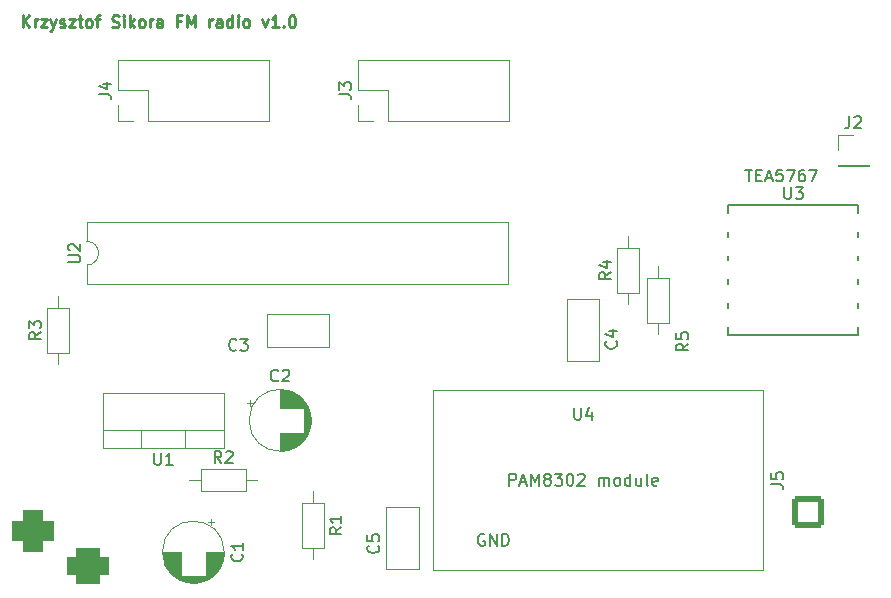
<source format=gto>
%TF.GenerationSoftware,KiCad,Pcbnew,(6.0.9)*%
%TF.CreationDate,2023-01-16T23:19:06+01:00*%
%TF.ProjectId,FM_radio_atmega_8,464d5f72-6164-4696-9f5f-61746d656761,rev?*%
%TF.SameCoordinates,Original*%
%TF.FileFunction,Legend,Top*%
%TF.FilePolarity,Positive*%
%FSLAX46Y46*%
G04 Gerber Fmt 4.6, Leading zero omitted, Abs format (unit mm)*
G04 Created by KiCad (PCBNEW (6.0.9)) date 2023-01-16 23:19:06*
%MOMM*%
%LPD*%
G01*
G04 APERTURE LIST*
G04 Aperture macros list*
%AMRoundRect*
0 Rectangle with rounded corners*
0 $1 Rounding radius*
0 $2 $3 $4 $5 $6 $7 $8 $9 X,Y pos of 4 corners*
0 Add a 4 corners polygon primitive as box body*
4,1,4,$2,$3,$4,$5,$6,$7,$8,$9,$2,$3,0*
0 Add four circle primitives for the rounded corners*
1,1,$1+$1,$2,$3*
1,1,$1+$1,$4,$5*
1,1,$1+$1,$6,$7*
1,1,$1+$1,$8,$9*
0 Add four rect primitives between the rounded corners*
20,1,$1+$1,$2,$3,$4,$5,0*
20,1,$1+$1,$4,$5,$6,$7,0*
20,1,$1+$1,$6,$7,$8,$9,0*
20,1,$1+$1,$8,$9,$2,$3,0*%
G04 Aperture macros list end*
%ADD10C,0.250000*%
%ADD11C,0.150000*%
%ADD12C,0.120000*%
%ADD13C,1.400000*%
%ADD14O,1.400000X1.400000*%
%ADD15C,1.600000*%
%ADD16R,1.905000X2.000000*%
%ADD17O,1.905000X2.000000*%
%ADD18R,1.700000X1.700000*%
%ADD19O,1.700000X1.700000*%
%ADD20O,3.000000X1.500000*%
%ADD21R,1.600000X1.600000*%
%ADD22C,1.524000*%
%ADD23O,1.600000X1.600000*%
%ADD24RoundRect,0.250000X1.125000X-1.125000X1.125000X1.125000X-1.125000X1.125000X-1.125000X-1.125000X0*%
%ADD25C,2.750000*%
%ADD26R,3.500000X3.500000*%
%ADD27RoundRect,0.750000X1.000000X-0.750000X1.000000X0.750000X-1.000000X0.750000X-1.000000X-0.750000X0*%
%ADD28RoundRect,0.875000X0.875000X-0.875000X0.875000X0.875000X-0.875000X0.875000X-0.875000X-0.875000X0*%
G04 APERTURE END LIST*
D10*
X54135190Y-81021180D02*
X54135190Y-80021180D01*
X54706619Y-81021180D02*
X54278047Y-80449752D01*
X54706619Y-80021180D02*
X54135190Y-80592609D01*
X55135190Y-81021180D02*
X55135190Y-80354514D01*
X55135190Y-80544990D02*
X55182809Y-80449752D01*
X55230428Y-80402133D01*
X55325666Y-80354514D01*
X55420904Y-80354514D01*
X55659000Y-80354514D02*
X56182809Y-80354514D01*
X55659000Y-81021180D01*
X56182809Y-81021180D01*
X56468523Y-80354514D02*
X56706619Y-81021180D01*
X56944714Y-80354514D02*
X56706619Y-81021180D01*
X56611380Y-81259276D01*
X56563761Y-81306895D01*
X56468523Y-81354514D01*
X57278047Y-80973561D02*
X57373285Y-81021180D01*
X57563761Y-81021180D01*
X57659000Y-80973561D01*
X57706619Y-80878323D01*
X57706619Y-80830704D01*
X57659000Y-80735466D01*
X57563761Y-80687847D01*
X57420904Y-80687847D01*
X57325666Y-80640228D01*
X57278047Y-80544990D01*
X57278047Y-80497371D01*
X57325666Y-80402133D01*
X57420904Y-80354514D01*
X57563761Y-80354514D01*
X57659000Y-80402133D01*
X58039952Y-80354514D02*
X58563761Y-80354514D01*
X58039952Y-81021180D01*
X58563761Y-81021180D01*
X58801857Y-80354514D02*
X59182809Y-80354514D01*
X58944714Y-80021180D02*
X58944714Y-80878323D01*
X58992333Y-80973561D01*
X59087571Y-81021180D01*
X59182809Y-81021180D01*
X59659000Y-81021180D02*
X59563761Y-80973561D01*
X59516142Y-80925942D01*
X59468523Y-80830704D01*
X59468523Y-80544990D01*
X59516142Y-80449752D01*
X59563761Y-80402133D01*
X59659000Y-80354514D01*
X59801857Y-80354514D01*
X59897095Y-80402133D01*
X59944714Y-80449752D01*
X59992333Y-80544990D01*
X59992333Y-80830704D01*
X59944714Y-80925942D01*
X59897095Y-80973561D01*
X59801857Y-81021180D01*
X59659000Y-81021180D01*
X60278047Y-80354514D02*
X60659000Y-80354514D01*
X60420904Y-81021180D02*
X60420904Y-80164038D01*
X60468523Y-80068800D01*
X60563761Y-80021180D01*
X60659000Y-80021180D01*
X61706619Y-80973561D02*
X61849476Y-81021180D01*
X62087571Y-81021180D01*
X62182809Y-80973561D01*
X62230428Y-80925942D01*
X62278047Y-80830704D01*
X62278047Y-80735466D01*
X62230428Y-80640228D01*
X62182809Y-80592609D01*
X62087571Y-80544990D01*
X61897095Y-80497371D01*
X61801857Y-80449752D01*
X61754238Y-80402133D01*
X61706619Y-80306895D01*
X61706619Y-80211657D01*
X61754238Y-80116419D01*
X61801857Y-80068800D01*
X61897095Y-80021180D01*
X62135190Y-80021180D01*
X62278047Y-80068800D01*
X62706619Y-81021180D02*
X62706619Y-80354514D01*
X62706619Y-80021180D02*
X62659000Y-80068800D01*
X62706619Y-80116419D01*
X62754238Y-80068800D01*
X62706619Y-80021180D01*
X62706619Y-80116419D01*
X63182809Y-81021180D02*
X63182809Y-80021180D01*
X63278047Y-80640228D02*
X63563761Y-81021180D01*
X63563761Y-80354514D02*
X63182809Y-80735466D01*
X64135190Y-81021180D02*
X64039952Y-80973561D01*
X63992333Y-80925942D01*
X63944714Y-80830704D01*
X63944714Y-80544990D01*
X63992333Y-80449752D01*
X64039952Y-80402133D01*
X64135190Y-80354514D01*
X64278047Y-80354514D01*
X64373285Y-80402133D01*
X64420904Y-80449752D01*
X64468523Y-80544990D01*
X64468523Y-80830704D01*
X64420904Y-80925942D01*
X64373285Y-80973561D01*
X64278047Y-81021180D01*
X64135190Y-81021180D01*
X64897095Y-81021180D02*
X64897095Y-80354514D01*
X64897095Y-80544990D02*
X64944714Y-80449752D01*
X64992333Y-80402133D01*
X65087571Y-80354514D01*
X65182809Y-80354514D01*
X65944714Y-81021180D02*
X65944714Y-80497371D01*
X65897095Y-80402133D01*
X65801857Y-80354514D01*
X65611380Y-80354514D01*
X65516142Y-80402133D01*
X65944714Y-80973561D02*
X65849476Y-81021180D01*
X65611380Y-81021180D01*
X65516142Y-80973561D01*
X65468523Y-80878323D01*
X65468523Y-80783085D01*
X65516142Y-80687847D01*
X65611380Y-80640228D01*
X65849476Y-80640228D01*
X65944714Y-80592609D01*
X67516142Y-80497371D02*
X67182809Y-80497371D01*
X67182809Y-81021180D02*
X67182809Y-80021180D01*
X67659000Y-80021180D01*
X68039952Y-81021180D02*
X68039952Y-80021180D01*
X68373285Y-80735466D01*
X68706619Y-80021180D01*
X68706619Y-81021180D01*
X69944714Y-81021180D02*
X69944714Y-80354514D01*
X69944714Y-80544990D02*
X69992333Y-80449752D01*
X70039952Y-80402133D01*
X70135190Y-80354514D01*
X70230428Y-80354514D01*
X70992333Y-81021180D02*
X70992333Y-80497371D01*
X70944714Y-80402133D01*
X70849476Y-80354514D01*
X70659000Y-80354514D01*
X70563761Y-80402133D01*
X70992333Y-80973561D02*
X70897095Y-81021180D01*
X70659000Y-81021180D01*
X70563761Y-80973561D01*
X70516142Y-80878323D01*
X70516142Y-80783085D01*
X70563761Y-80687847D01*
X70659000Y-80640228D01*
X70897095Y-80640228D01*
X70992333Y-80592609D01*
X71897095Y-81021180D02*
X71897095Y-80021180D01*
X71897095Y-80973561D02*
X71801857Y-81021180D01*
X71611380Y-81021180D01*
X71516142Y-80973561D01*
X71468523Y-80925942D01*
X71420904Y-80830704D01*
X71420904Y-80544990D01*
X71468523Y-80449752D01*
X71516142Y-80402133D01*
X71611380Y-80354514D01*
X71801857Y-80354514D01*
X71897095Y-80402133D01*
X72373285Y-81021180D02*
X72373285Y-80354514D01*
X72373285Y-80021180D02*
X72325666Y-80068800D01*
X72373285Y-80116419D01*
X72420904Y-80068800D01*
X72373285Y-80021180D01*
X72373285Y-80116419D01*
X72992333Y-81021180D02*
X72897095Y-80973561D01*
X72849476Y-80925942D01*
X72801857Y-80830704D01*
X72801857Y-80544990D01*
X72849476Y-80449752D01*
X72897095Y-80402133D01*
X72992333Y-80354514D01*
X73135190Y-80354514D01*
X73230428Y-80402133D01*
X73278047Y-80449752D01*
X73325666Y-80544990D01*
X73325666Y-80830704D01*
X73278047Y-80925942D01*
X73230428Y-80973561D01*
X73135190Y-81021180D01*
X72992333Y-81021180D01*
X74420904Y-80354514D02*
X74659000Y-81021180D01*
X74897095Y-80354514D01*
X75801857Y-81021180D02*
X75230428Y-81021180D01*
X75516142Y-81021180D02*
X75516142Y-80021180D01*
X75420904Y-80164038D01*
X75325666Y-80259276D01*
X75230428Y-80306895D01*
X76230428Y-80925942D02*
X76278047Y-80973561D01*
X76230428Y-81021180D01*
X76182809Y-80973561D01*
X76230428Y-80925942D01*
X76230428Y-81021180D01*
X76897095Y-80021180D02*
X76992333Y-80021180D01*
X77087571Y-80068800D01*
X77135190Y-80116419D01*
X77182809Y-80211657D01*
X77230428Y-80402133D01*
X77230428Y-80640228D01*
X77182809Y-80830704D01*
X77135190Y-80925942D01*
X77087571Y-80973561D01*
X76992333Y-81021180D01*
X76897095Y-81021180D01*
X76801857Y-80973561D01*
X76754238Y-80925942D01*
X76706619Y-80830704D01*
X76659000Y-80640228D01*
X76659000Y-80402133D01*
X76706619Y-80211657D01*
X76754238Y-80116419D01*
X76801857Y-80068800D01*
X76897095Y-80021180D01*
D11*
%TO.C,R5*%
X110482380Y-107816666D02*
X110006190Y-108150000D01*
X110482380Y-108388095D02*
X109482380Y-108388095D01*
X109482380Y-108007142D01*
X109530000Y-107911904D01*
X109577619Y-107864285D01*
X109672857Y-107816666D01*
X109815714Y-107816666D01*
X109910952Y-107864285D01*
X109958571Y-107911904D01*
X110006190Y-108007142D01*
X110006190Y-108388095D01*
X109482380Y-106911904D02*
X109482380Y-107388095D01*
X109958571Y-107435714D01*
X109910952Y-107388095D01*
X109863333Y-107292857D01*
X109863333Y-107054761D01*
X109910952Y-106959523D01*
X109958571Y-106911904D01*
X110053809Y-106864285D01*
X110291904Y-106864285D01*
X110387142Y-106911904D01*
X110434761Y-106959523D01*
X110482380Y-107054761D01*
X110482380Y-107292857D01*
X110434761Y-107388095D01*
X110387142Y-107435714D01*
%TO.C,C3*%
X72223333Y-108307142D02*
X72175714Y-108354761D01*
X72032857Y-108402380D01*
X71937619Y-108402380D01*
X71794761Y-108354761D01*
X71699523Y-108259523D01*
X71651904Y-108164285D01*
X71604285Y-107973809D01*
X71604285Y-107830952D01*
X71651904Y-107640476D01*
X71699523Y-107545238D01*
X71794761Y-107450000D01*
X71937619Y-107402380D01*
X72032857Y-107402380D01*
X72175714Y-107450000D01*
X72223333Y-107497619D01*
X72556666Y-107402380D02*
X73175714Y-107402380D01*
X72842380Y-107783333D01*
X72985238Y-107783333D01*
X73080476Y-107830952D01*
X73128095Y-107878571D01*
X73175714Y-107973809D01*
X73175714Y-108211904D01*
X73128095Y-108307142D01*
X73080476Y-108354761D01*
X72985238Y-108402380D01*
X72699523Y-108402380D01*
X72604285Y-108354761D01*
X72556666Y-108307142D01*
%TO.C,C4*%
X104367142Y-107606666D02*
X104414761Y-107654285D01*
X104462380Y-107797142D01*
X104462380Y-107892380D01*
X104414761Y-108035238D01*
X104319523Y-108130476D01*
X104224285Y-108178095D01*
X104033809Y-108225714D01*
X103890952Y-108225714D01*
X103700476Y-108178095D01*
X103605238Y-108130476D01*
X103510000Y-108035238D01*
X103462380Y-107892380D01*
X103462380Y-107797142D01*
X103510000Y-107654285D01*
X103557619Y-107606666D01*
X103795714Y-106749523D02*
X104462380Y-106749523D01*
X103414761Y-106987619D02*
X104129047Y-107225714D01*
X104129047Y-106606666D01*
%TO.C,U1*%
X65278095Y-117077380D02*
X65278095Y-117886904D01*
X65325714Y-117982142D01*
X65373333Y-118029761D01*
X65468571Y-118077380D01*
X65659047Y-118077380D01*
X65754285Y-118029761D01*
X65801904Y-117982142D01*
X65849523Y-117886904D01*
X65849523Y-117077380D01*
X66849523Y-118077380D02*
X66278095Y-118077380D01*
X66563809Y-118077380D02*
X66563809Y-117077380D01*
X66468571Y-117220238D01*
X66373333Y-117315476D01*
X66278095Y-117363095D01*
%TO.C,R3*%
X55682380Y-106846666D02*
X55206190Y-107180000D01*
X55682380Y-107418095D02*
X54682380Y-107418095D01*
X54682380Y-107037142D01*
X54730000Y-106941904D01*
X54777619Y-106894285D01*
X54872857Y-106846666D01*
X55015714Y-106846666D01*
X55110952Y-106894285D01*
X55158571Y-106941904D01*
X55206190Y-107037142D01*
X55206190Y-107418095D01*
X54682380Y-106513333D02*
X54682380Y-105894285D01*
X55063333Y-106227619D01*
X55063333Y-106084761D01*
X55110952Y-105989523D01*
X55158571Y-105941904D01*
X55253809Y-105894285D01*
X55491904Y-105894285D01*
X55587142Y-105941904D01*
X55634761Y-105989523D01*
X55682380Y-106084761D01*
X55682380Y-106370476D01*
X55634761Y-106465714D01*
X55587142Y-106513333D01*
%TO.C,J4*%
X60622380Y-86693333D02*
X61336666Y-86693333D01*
X61479523Y-86740952D01*
X61574761Y-86836190D01*
X61622380Y-86979047D01*
X61622380Y-87074285D01*
X60955714Y-85788571D02*
X61622380Y-85788571D01*
X60574761Y-86026666D02*
X61289047Y-86264761D01*
X61289047Y-85645714D01*
%TO.C,R2*%
X70953333Y-117912380D02*
X70620000Y-117436190D01*
X70381904Y-117912380D02*
X70381904Y-116912380D01*
X70762857Y-116912380D01*
X70858095Y-116960000D01*
X70905714Y-117007619D01*
X70953333Y-117102857D01*
X70953333Y-117245714D01*
X70905714Y-117340952D01*
X70858095Y-117388571D01*
X70762857Y-117436190D01*
X70381904Y-117436190D01*
X71334285Y-117007619D02*
X71381904Y-116960000D01*
X71477142Y-116912380D01*
X71715238Y-116912380D01*
X71810476Y-116960000D01*
X71858095Y-117007619D01*
X71905714Y-117102857D01*
X71905714Y-117198095D01*
X71858095Y-117340952D01*
X71286666Y-117912380D01*
X71905714Y-117912380D01*
%TO.C,U3*%
X118618095Y-94552380D02*
X118618095Y-95361904D01*
X118665714Y-95457142D01*
X118713333Y-95504761D01*
X118808571Y-95552380D01*
X118999047Y-95552380D01*
X119094285Y-95504761D01*
X119141904Y-95457142D01*
X119189523Y-95361904D01*
X119189523Y-94552380D01*
X119570476Y-94552380D02*
X120189523Y-94552380D01*
X119856190Y-94933333D01*
X119999047Y-94933333D01*
X120094285Y-94980952D01*
X120141904Y-95028571D01*
X120189523Y-95123809D01*
X120189523Y-95361904D01*
X120141904Y-95457142D01*
X120094285Y-95504761D01*
X119999047Y-95552380D01*
X119713333Y-95552380D01*
X119618095Y-95504761D01*
X119570476Y-95457142D01*
X115308571Y-93081780D02*
X115880000Y-93081780D01*
X115594285Y-94081780D02*
X115594285Y-93081780D01*
X116213333Y-93557971D02*
X116546666Y-93557971D01*
X116689523Y-94081780D02*
X116213333Y-94081780D01*
X116213333Y-93081780D01*
X116689523Y-93081780D01*
X117070476Y-93796066D02*
X117546666Y-93796066D01*
X116975238Y-94081780D02*
X117308571Y-93081780D01*
X117641904Y-94081780D01*
X118451428Y-93081780D02*
X117975238Y-93081780D01*
X117927619Y-93557971D01*
X117975238Y-93510352D01*
X118070476Y-93462733D01*
X118308571Y-93462733D01*
X118403809Y-93510352D01*
X118451428Y-93557971D01*
X118499047Y-93653209D01*
X118499047Y-93891304D01*
X118451428Y-93986542D01*
X118403809Y-94034161D01*
X118308571Y-94081780D01*
X118070476Y-94081780D01*
X117975238Y-94034161D01*
X117927619Y-93986542D01*
X118832380Y-93081780D02*
X119499047Y-93081780D01*
X119070476Y-94081780D01*
X120308571Y-93081780D02*
X120118095Y-93081780D01*
X120022857Y-93129400D01*
X119975238Y-93177019D01*
X119880000Y-93319876D01*
X119832380Y-93510352D01*
X119832380Y-93891304D01*
X119880000Y-93986542D01*
X119927619Y-94034161D01*
X120022857Y-94081780D01*
X120213333Y-94081780D01*
X120308571Y-94034161D01*
X120356190Y-93986542D01*
X120403809Y-93891304D01*
X120403809Y-93653209D01*
X120356190Y-93557971D01*
X120308571Y-93510352D01*
X120213333Y-93462733D01*
X120022857Y-93462733D01*
X119927619Y-93510352D01*
X119880000Y-93557971D01*
X119832380Y-93653209D01*
X120737142Y-93081780D02*
X121403809Y-93081780D01*
X120975238Y-94081780D01*
%TO.C,J2*%
X124126666Y-88562380D02*
X124126666Y-89276666D01*
X124079047Y-89419523D01*
X123983809Y-89514761D01*
X123840952Y-89562380D01*
X123745714Y-89562380D01*
X124555238Y-88657619D02*
X124602857Y-88610000D01*
X124698095Y-88562380D01*
X124936190Y-88562380D01*
X125031428Y-88610000D01*
X125079047Y-88657619D01*
X125126666Y-88752857D01*
X125126666Y-88848095D01*
X125079047Y-88990952D01*
X124507619Y-89562380D01*
X125126666Y-89562380D01*
%TO.C,R1*%
X81112380Y-123356666D02*
X80636190Y-123690000D01*
X81112380Y-123928095D02*
X80112380Y-123928095D01*
X80112380Y-123547142D01*
X80160000Y-123451904D01*
X80207619Y-123404285D01*
X80302857Y-123356666D01*
X80445714Y-123356666D01*
X80540952Y-123404285D01*
X80588571Y-123451904D01*
X80636190Y-123547142D01*
X80636190Y-123928095D01*
X81112380Y-122404285D02*
X81112380Y-122975714D01*
X81112380Y-122690000D02*
X80112380Y-122690000D01*
X80255238Y-122785238D01*
X80350476Y-122880476D01*
X80398095Y-122975714D01*
%TO.C,J3*%
X80942380Y-86693333D02*
X81656666Y-86693333D01*
X81799523Y-86740952D01*
X81894761Y-86836190D01*
X81942380Y-86979047D01*
X81942380Y-87074285D01*
X80942380Y-86312380D02*
X80942380Y-85693333D01*
X81323333Y-86026666D01*
X81323333Y-85883809D01*
X81370952Y-85788571D01*
X81418571Y-85740952D01*
X81513809Y-85693333D01*
X81751904Y-85693333D01*
X81847142Y-85740952D01*
X81894761Y-85788571D01*
X81942380Y-85883809D01*
X81942380Y-86169523D01*
X81894761Y-86264761D01*
X81847142Y-86312380D01*
%TO.C,C2*%
X75763333Y-110907142D02*
X75715714Y-110954761D01*
X75572857Y-111002380D01*
X75477619Y-111002380D01*
X75334761Y-110954761D01*
X75239523Y-110859523D01*
X75191904Y-110764285D01*
X75144285Y-110573809D01*
X75144285Y-110430952D01*
X75191904Y-110240476D01*
X75239523Y-110145238D01*
X75334761Y-110050000D01*
X75477619Y-110002380D01*
X75572857Y-110002380D01*
X75715714Y-110050000D01*
X75763333Y-110097619D01*
X76144285Y-110097619D02*
X76191904Y-110050000D01*
X76287142Y-110002380D01*
X76525238Y-110002380D01*
X76620476Y-110050000D01*
X76668095Y-110097619D01*
X76715714Y-110192857D01*
X76715714Y-110288095D01*
X76668095Y-110430952D01*
X76096666Y-111002380D01*
X76715714Y-111002380D01*
%TO.C,R4*%
X103942380Y-101766666D02*
X103466190Y-102100000D01*
X103942380Y-102338095D02*
X102942380Y-102338095D01*
X102942380Y-101957142D01*
X102990000Y-101861904D01*
X103037619Y-101814285D01*
X103132857Y-101766666D01*
X103275714Y-101766666D01*
X103370952Y-101814285D01*
X103418571Y-101861904D01*
X103466190Y-101957142D01*
X103466190Y-102338095D01*
X103275714Y-100909523D02*
X103942380Y-100909523D01*
X102894761Y-101147619D02*
X103609047Y-101385714D01*
X103609047Y-100766666D01*
%TO.C,U4*%
X100838095Y-113252380D02*
X100838095Y-114061904D01*
X100885714Y-114157142D01*
X100933333Y-114204761D01*
X101028571Y-114252380D01*
X101219047Y-114252380D01*
X101314285Y-114204761D01*
X101361904Y-114157142D01*
X101409523Y-114061904D01*
X101409523Y-113252380D01*
X102314285Y-113585714D02*
X102314285Y-114252380D01*
X102076190Y-113204761D02*
X101838095Y-113919047D01*
X102457142Y-113919047D01*
X95338095Y-119832380D02*
X95338095Y-118832380D01*
X95719047Y-118832380D01*
X95814285Y-118880000D01*
X95861904Y-118927619D01*
X95909523Y-119022857D01*
X95909523Y-119165714D01*
X95861904Y-119260952D01*
X95814285Y-119308571D01*
X95719047Y-119356190D01*
X95338095Y-119356190D01*
X96290476Y-119546666D02*
X96766666Y-119546666D01*
X96195238Y-119832380D02*
X96528571Y-118832380D01*
X96861904Y-119832380D01*
X97195238Y-119832380D02*
X97195238Y-118832380D01*
X97528571Y-119546666D01*
X97861904Y-118832380D01*
X97861904Y-119832380D01*
X98480952Y-119260952D02*
X98385714Y-119213333D01*
X98338095Y-119165714D01*
X98290476Y-119070476D01*
X98290476Y-119022857D01*
X98338095Y-118927619D01*
X98385714Y-118880000D01*
X98480952Y-118832380D01*
X98671428Y-118832380D01*
X98766666Y-118880000D01*
X98814285Y-118927619D01*
X98861904Y-119022857D01*
X98861904Y-119070476D01*
X98814285Y-119165714D01*
X98766666Y-119213333D01*
X98671428Y-119260952D01*
X98480952Y-119260952D01*
X98385714Y-119308571D01*
X98338095Y-119356190D01*
X98290476Y-119451428D01*
X98290476Y-119641904D01*
X98338095Y-119737142D01*
X98385714Y-119784761D01*
X98480952Y-119832380D01*
X98671428Y-119832380D01*
X98766666Y-119784761D01*
X98814285Y-119737142D01*
X98861904Y-119641904D01*
X98861904Y-119451428D01*
X98814285Y-119356190D01*
X98766666Y-119308571D01*
X98671428Y-119260952D01*
X99195238Y-118832380D02*
X99814285Y-118832380D01*
X99480952Y-119213333D01*
X99623809Y-119213333D01*
X99719047Y-119260952D01*
X99766666Y-119308571D01*
X99814285Y-119403809D01*
X99814285Y-119641904D01*
X99766666Y-119737142D01*
X99719047Y-119784761D01*
X99623809Y-119832380D01*
X99338095Y-119832380D01*
X99242857Y-119784761D01*
X99195238Y-119737142D01*
X100433333Y-118832380D02*
X100528571Y-118832380D01*
X100623809Y-118880000D01*
X100671428Y-118927619D01*
X100719047Y-119022857D01*
X100766666Y-119213333D01*
X100766666Y-119451428D01*
X100719047Y-119641904D01*
X100671428Y-119737142D01*
X100623809Y-119784761D01*
X100528571Y-119832380D01*
X100433333Y-119832380D01*
X100338095Y-119784761D01*
X100290476Y-119737142D01*
X100242857Y-119641904D01*
X100195238Y-119451428D01*
X100195238Y-119213333D01*
X100242857Y-119022857D01*
X100290476Y-118927619D01*
X100338095Y-118880000D01*
X100433333Y-118832380D01*
X101147619Y-118927619D02*
X101195238Y-118880000D01*
X101290476Y-118832380D01*
X101528571Y-118832380D01*
X101623809Y-118880000D01*
X101671428Y-118927619D01*
X101719047Y-119022857D01*
X101719047Y-119118095D01*
X101671428Y-119260952D01*
X101100000Y-119832380D01*
X101719047Y-119832380D01*
X102909523Y-119832380D02*
X102909523Y-119165714D01*
X102909523Y-119260952D02*
X102957142Y-119213333D01*
X103052380Y-119165714D01*
X103195238Y-119165714D01*
X103290476Y-119213333D01*
X103338095Y-119308571D01*
X103338095Y-119832380D01*
X103338095Y-119308571D02*
X103385714Y-119213333D01*
X103480952Y-119165714D01*
X103623809Y-119165714D01*
X103719047Y-119213333D01*
X103766666Y-119308571D01*
X103766666Y-119832380D01*
X104385714Y-119832380D02*
X104290476Y-119784761D01*
X104242857Y-119737142D01*
X104195238Y-119641904D01*
X104195238Y-119356190D01*
X104242857Y-119260952D01*
X104290476Y-119213333D01*
X104385714Y-119165714D01*
X104528571Y-119165714D01*
X104623809Y-119213333D01*
X104671428Y-119260952D01*
X104719047Y-119356190D01*
X104719047Y-119641904D01*
X104671428Y-119737142D01*
X104623809Y-119784761D01*
X104528571Y-119832380D01*
X104385714Y-119832380D01*
X105576190Y-119832380D02*
X105576190Y-118832380D01*
X105576190Y-119784761D02*
X105480952Y-119832380D01*
X105290476Y-119832380D01*
X105195238Y-119784761D01*
X105147619Y-119737142D01*
X105100000Y-119641904D01*
X105100000Y-119356190D01*
X105147619Y-119260952D01*
X105195238Y-119213333D01*
X105290476Y-119165714D01*
X105480952Y-119165714D01*
X105576190Y-119213333D01*
X106480952Y-119165714D02*
X106480952Y-119832380D01*
X106052380Y-119165714D02*
X106052380Y-119689523D01*
X106100000Y-119784761D01*
X106195238Y-119832380D01*
X106338095Y-119832380D01*
X106433333Y-119784761D01*
X106480952Y-119737142D01*
X107100000Y-119832380D02*
X107004761Y-119784761D01*
X106957142Y-119689523D01*
X106957142Y-118832380D01*
X107861904Y-119784761D02*
X107766666Y-119832380D01*
X107576190Y-119832380D01*
X107480952Y-119784761D01*
X107433333Y-119689523D01*
X107433333Y-119308571D01*
X107480952Y-119213333D01*
X107576190Y-119165714D01*
X107766666Y-119165714D01*
X107861904Y-119213333D01*
X107909523Y-119308571D01*
X107909523Y-119403809D01*
X107433333Y-119499047D01*
X93218095Y-123960000D02*
X93122857Y-123912380D01*
X92980000Y-123912380D01*
X92837142Y-123960000D01*
X92741904Y-124055238D01*
X92694285Y-124150476D01*
X92646666Y-124340952D01*
X92646666Y-124483809D01*
X92694285Y-124674285D01*
X92741904Y-124769523D01*
X92837142Y-124864761D01*
X92980000Y-124912380D01*
X93075238Y-124912380D01*
X93218095Y-124864761D01*
X93265714Y-124817142D01*
X93265714Y-124483809D01*
X93075238Y-124483809D01*
X93694285Y-124912380D02*
X93694285Y-123912380D01*
X94265714Y-124912380D01*
X94265714Y-123912380D01*
X94741904Y-124912380D02*
X94741904Y-123912380D01*
X94980000Y-123912380D01*
X95122857Y-123960000D01*
X95218095Y-124055238D01*
X95265714Y-124150476D01*
X95313333Y-124340952D01*
X95313333Y-124483809D01*
X95265714Y-124674285D01*
X95218095Y-124769523D01*
X95122857Y-124864761D01*
X94980000Y-124912380D01*
X94741904Y-124912380D01*
%TO.C,U2*%
X58006180Y-100914104D02*
X58815704Y-100914104D01*
X58910942Y-100866485D01*
X58958561Y-100818866D01*
X59006180Y-100723628D01*
X59006180Y-100533152D01*
X58958561Y-100437914D01*
X58910942Y-100390295D01*
X58815704Y-100342676D01*
X58006180Y-100342676D01*
X58101419Y-99914104D02*
X58053800Y-99866485D01*
X58006180Y-99771247D01*
X58006180Y-99533152D01*
X58053800Y-99437914D01*
X58101419Y-99390295D01*
X58196657Y-99342676D01*
X58291895Y-99342676D01*
X58434752Y-99390295D01*
X59006180Y-99961723D01*
X59006180Y-99342676D01*
%TO.C,C1*%
X72687142Y-125626666D02*
X72734761Y-125674285D01*
X72782380Y-125817142D01*
X72782380Y-125912380D01*
X72734761Y-126055238D01*
X72639523Y-126150476D01*
X72544285Y-126198095D01*
X72353809Y-126245714D01*
X72210952Y-126245714D01*
X72020476Y-126198095D01*
X71925238Y-126150476D01*
X71830000Y-126055238D01*
X71782380Y-125912380D01*
X71782380Y-125817142D01*
X71830000Y-125674285D01*
X71877619Y-125626666D01*
X72782380Y-124674285D02*
X72782380Y-125245714D01*
X72782380Y-124960000D02*
X71782380Y-124960000D01*
X71925238Y-125055238D01*
X72020476Y-125150476D01*
X72068095Y-125245714D01*
%TO.C,J5*%
X117522380Y-119713333D02*
X118236666Y-119713333D01*
X118379523Y-119760952D01*
X118474761Y-119856190D01*
X118522380Y-119999047D01*
X118522380Y-120094285D01*
X117522380Y-118760952D02*
X117522380Y-119237142D01*
X117998571Y-119284761D01*
X117950952Y-119237142D01*
X117903333Y-119141904D01*
X117903333Y-118903809D01*
X117950952Y-118808571D01*
X117998571Y-118760952D01*
X118093809Y-118713333D01*
X118331904Y-118713333D01*
X118427142Y-118760952D01*
X118474761Y-118808571D01*
X118522380Y-118903809D01*
X118522380Y-119141904D01*
X118474761Y-119237142D01*
X118427142Y-119284761D01*
%TO.C,C5*%
X84227142Y-124916666D02*
X84274761Y-124964285D01*
X84322380Y-125107142D01*
X84322380Y-125202380D01*
X84274761Y-125345238D01*
X84179523Y-125440476D01*
X84084285Y-125488095D01*
X83893809Y-125535714D01*
X83750952Y-125535714D01*
X83560476Y-125488095D01*
X83465238Y-125440476D01*
X83370000Y-125345238D01*
X83322380Y-125202380D01*
X83322380Y-125107142D01*
X83370000Y-124964285D01*
X83417619Y-124916666D01*
X83322380Y-124011904D02*
X83322380Y-124488095D01*
X83798571Y-124535714D01*
X83750952Y-124488095D01*
X83703333Y-124392857D01*
X83703333Y-124154761D01*
X83750952Y-124059523D01*
X83798571Y-124011904D01*
X83893809Y-123964285D01*
X84131904Y-123964285D01*
X84227142Y-124011904D01*
X84274761Y-124059523D01*
X84322380Y-124154761D01*
X84322380Y-124392857D01*
X84274761Y-124488095D01*
X84227142Y-124535714D01*
D12*
%TO.C,R5*%
X107030000Y-106060000D02*
X108870000Y-106060000D01*
X107030000Y-102220000D02*
X107030000Y-106060000D01*
X107950000Y-101270000D02*
X107950000Y-102220000D01*
X107950000Y-107010000D02*
X107950000Y-106060000D01*
X108870000Y-102220000D02*
X107030000Y-102220000D01*
X108870000Y-106060000D02*
X108870000Y-102220000D01*
%TO.C,C3*%
X74820000Y-105320000D02*
X80060000Y-105320000D01*
X74820000Y-108060000D02*
X80060000Y-108060000D01*
X80060000Y-105320000D02*
X80060000Y-108060000D01*
X74820000Y-105320000D02*
X74820000Y-108060000D01*
%TO.C,C4*%
X102970000Y-104040000D02*
X102970000Y-109280000D01*
X102970000Y-109280000D02*
X100230000Y-109280000D01*
X102970000Y-104040000D02*
X100230000Y-104040000D01*
X100230000Y-104040000D02*
X100230000Y-109280000D01*
%TO.C,U1*%
X60920000Y-116625000D02*
X60920000Y-111984000D01*
X71160000Y-116625000D02*
X71160000Y-111984000D01*
X71160000Y-116625000D02*
X60920000Y-116625000D01*
X71160000Y-111984000D02*
X60920000Y-111984000D01*
X64189000Y-116625000D02*
X64189000Y-115115000D01*
X71160000Y-115115000D02*
X60920000Y-115115000D01*
X67890000Y-116625000D02*
X67890000Y-115115000D01*
%TO.C,R3*%
X56230000Y-108600000D02*
X58070000Y-108600000D01*
X57150000Y-103810000D02*
X57150000Y-104760000D01*
X56230000Y-104760000D02*
X56230000Y-108600000D01*
X57150000Y-109550000D02*
X57150000Y-108600000D01*
X58070000Y-108600000D02*
X58070000Y-104760000D01*
X58070000Y-104760000D02*
X56230000Y-104760000D01*
%TO.C,J4*%
X64770000Y-88960000D02*
X74990000Y-88960000D01*
X62170000Y-83760000D02*
X74990000Y-83760000D01*
X62170000Y-86360000D02*
X62170000Y-83760000D01*
X63500000Y-88960000D02*
X62170000Y-88960000D01*
X64770000Y-88960000D02*
X64770000Y-86360000D01*
X62170000Y-88960000D02*
X62170000Y-87630000D01*
X74990000Y-88960000D02*
X74990000Y-83760000D01*
X64770000Y-86360000D02*
X62170000Y-86360000D01*
%TO.C,R2*%
X69200000Y-120300000D02*
X73040000Y-120300000D01*
X73040000Y-118460000D02*
X69200000Y-118460000D01*
X73990000Y-119380000D02*
X73040000Y-119380000D01*
X73040000Y-120300000D02*
X73040000Y-118460000D01*
X68250000Y-119380000D02*
X69200000Y-119380000D01*
X69200000Y-118460000D02*
X69200000Y-120300000D01*
D11*
%TO.C,U3*%
X124880000Y-107100000D02*
X124880000Y-96100000D01*
X113880000Y-107100000D02*
X124880000Y-107100000D01*
X124880000Y-96100000D02*
X113880000Y-96100000D01*
X113880000Y-96100000D02*
X113880000Y-107100000D01*
D12*
%TO.C,J2*%
X123130000Y-90110000D02*
X124460000Y-90110000D01*
X125790000Y-92710000D02*
X125790000Y-92770000D01*
X123130000Y-92770000D02*
X125790000Y-92770000D01*
X123130000Y-91440000D02*
X123130000Y-90110000D01*
X123130000Y-92710000D02*
X125790000Y-92710000D01*
X123130000Y-92710000D02*
X123130000Y-92770000D01*
%TO.C,R1*%
X78740000Y-126060000D02*
X78740000Y-125110000D01*
X79660000Y-121270000D02*
X77820000Y-121270000D01*
X79660000Y-125110000D02*
X79660000Y-121270000D01*
X78740000Y-120320000D02*
X78740000Y-121270000D01*
X77820000Y-125110000D02*
X79660000Y-125110000D01*
X77820000Y-121270000D02*
X77820000Y-125110000D01*
%TO.C,J3*%
X85090000Y-88960000D02*
X95310000Y-88960000D01*
X82490000Y-83760000D02*
X95310000Y-83760000D01*
X85090000Y-88960000D02*
X85090000Y-86360000D01*
X85090000Y-86360000D02*
X82490000Y-86360000D01*
X83820000Y-88960000D02*
X82490000Y-88960000D01*
X82490000Y-86360000D02*
X82490000Y-83760000D01*
X82490000Y-88960000D02*
X82490000Y-87630000D01*
X95310000Y-88960000D02*
X95310000Y-83760000D01*
%TO.C,C2*%
X76090000Y-115340000D02*
X76090000Y-116876000D01*
X76811000Y-115340000D02*
X76811000Y-116728000D01*
X76731000Y-111845000D02*
X76731000Y-113260000D01*
X77131000Y-115340000D02*
X77131000Y-116590000D01*
X77891000Y-115340000D02*
X77891000Y-115999000D01*
X77251000Y-112076000D02*
X77251000Y-113260000D01*
X78251000Y-113122000D02*
X78251000Y-115478000D01*
X76811000Y-111872000D02*
X76811000Y-113260000D01*
X77611000Y-112329000D02*
X77611000Y-113260000D01*
X77291000Y-115340000D02*
X77291000Y-116500000D01*
X77011000Y-111952000D02*
X77011000Y-113260000D01*
X76851000Y-115340000D02*
X76851000Y-116714000D01*
X78371000Y-113385000D02*
X78371000Y-115215000D01*
X77691000Y-112399000D02*
X77691000Y-113260000D01*
X78491000Y-113782000D02*
X78491000Y-114818000D01*
X78131000Y-112917000D02*
X78131000Y-115683000D01*
X77211000Y-112053000D02*
X77211000Y-113260000D01*
X77091000Y-115340000D02*
X77091000Y-116610000D01*
X76450000Y-115340000D02*
X76450000Y-116828000D01*
X76651000Y-111820000D02*
X76651000Y-113260000D01*
X76010000Y-115340000D02*
X76010000Y-116879000D01*
X78011000Y-112746000D02*
X78011000Y-115854000D01*
X76250000Y-111739000D02*
X76250000Y-113260000D01*
X77651000Y-115340000D02*
X77651000Y-116237000D01*
X76931000Y-115340000D02*
X76931000Y-116682000D01*
X77091000Y-111990000D02*
X77091000Y-113260000D01*
X76290000Y-115340000D02*
X76290000Y-116856000D01*
X77251000Y-115340000D02*
X77251000Y-116524000D01*
X76490000Y-111780000D02*
X76490000Y-113260000D01*
X77931000Y-115340000D02*
X77931000Y-115953000D01*
X76410000Y-115340000D02*
X76410000Y-116836000D01*
X76450000Y-111772000D02*
X76450000Y-113260000D01*
X78291000Y-113202000D02*
X78291000Y-115398000D01*
X75970000Y-111720000D02*
X75970000Y-113260000D01*
X76170000Y-115340000D02*
X76170000Y-116869000D01*
X76530000Y-111789000D02*
X76530000Y-113260000D01*
X77731000Y-112436000D02*
X77731000Y-113260000D01*
X77651000Y-112363000D02*
X77651000Y-113260000D01*
X77491000Y-112235000D02*
X77491000Y-113260000D01*
X77771000Y-112474000D02*
X77771000Y-113260000D01*
X76691000Y-111832000D02*
X76691000Y-113260000D01*
X77811000Y-112515000D02*
X77811000Y-113260000D01*
X77851000Y-112557000D02*
X77851000Y-113260000D01*
X73375225Y-112575000D02*
X73375225Y-113075000D01*
X77171000Y-112032000D02*
X77171000Y-113260000D01*
X76330000Y-115340000D02*
X76330000Y-116850000D01*
X77531000Y-115340000D02*
X77531000Y-116335000D01*
X77371000Y-112151000D02*
X77371000Y-113260000D01*
X78531000Y-114016000D02*
X78531000Y-114584000D01*
X77931000Y-112647000D02*
X77931000Y-113260000D01*
X76370000Y-111757000D02*
X76370000Y-113260000D01*
X76250000Y-115340000D02*
X76250000Y-116861000D01*
X76530000Y-115340000D02*
X76530000Y-116811000D01*
X78411000Y-113495000D02*
X78411000Y-115105000D01*
X78331000Y-113289000D02*
X78331000Y-115311000D01*
X77371000Y-115340000D02*
X77371000Y-116449000D01*
X77851000Y-115340000D02*
X77851000Y-116043000D01*
X77051000Y-115340000D02*
X77051000Y-116629000D01*
X76931000Y-111918000D02*
X76931000Y-113260000D01*
X73125225Y-112825000D02*
X73625225Y-112825000D01*
X76971000Y-111935000D02*
X76971000Y-113260000D01*
X76490000Y-115340000D02*
X76490000Y-116820000D01*
X78211000Y-113049000D02*
X78211000Y-115551000D01*
X75930000Y-111720000D02*
X75930000Y-113260000D01*
X76370000Y-115340000D02*
X76370000Y-116843000D01*
X77411000Y-112178000D02*
X77411000Y-113260000D01*
X76210000Y-111735000D02*
X76210000Y-113260000D01*
X77731000Y-115340000D02*
X77731000Y-116164000D01*
X76691000Y-115340000D02*
X76691000Y-116768000D01*
X76090000Y-111724000D02*
X76090000Y-113260000D01*
X76731000Y-115340000D02*
X76731000Y-116755000D01*
X76891000Y-115340000D02*
X76891000Y-116698000D01*
X76410000Y-111764000D02*
X76410000Y-113260000D01*
X76851000Y-111886000D02*
X76851000Y-113260000D01*
X77811000Y-115340000D02*
X77811000Y-116085000D01*
X76891000Y-111902000D02*
X76891000Y-113260000D01*
X77411000Y-115340000D02*
X77411000Y-116422000D01*
X77891000Y-112601000D02*
X77891000Y-113260000D01*
X77491000Y-115340000D02*
X77491000Y-116365000D01*
X78091000Y-112857000D02*
X78091000Y-115743000D01*
X76610000Y-111809000D02*
X76610000Y-113260000D01*
X77691000Y-115340000D02*
X77691000Y-116201000D01*
X76771000Y-115340000D02*
X76771000Y-116742000D01*
X76610000Y-115340000D02*
X76610000Y-116791000D01*
X77331000Y-115340000D02*
X77331000Y-116475000D01*
X77131000Y-112010000D02*
X77131000Y-113260000D01*
X77331000Y-112125000D02*
X77331000Y-113260000D01*
X76651000Y-115340000D02*
X76651000Y-116780000D01*
X75930000Y-115340000D02*
X75930000Y-116880000D01*
X77611000Y-115340000D02*
X77611000Y-116271000D01*
X77571000Y-115340000D02*
X77571000Y-116304000D01*
X76050000Y-111722000D02*
X76050000Y-113260000D01*
X77051000Y-111971000D02*
X77051000Y-113260000D01*
X76971000Y-115340000D02*
X76971000Y-116665000D01*
X76771000Y-111858000D02*
X76771000Y-113260000D01*
X77451000Y-115340000D02*
X77451000Y-116395000D01*
X76130000Y-115340000D02*
X76130000Y-116873000D01*
X76570000Y-111799000D02*
X76570000Y-113260000D01*
X77291000Y-112100000D02*
X77291000Y-113260000D01*
X78051000Y-112800000D02*
X78051000Y-115800000D01*
X76170000Y-111731000D02*
X76170000Y-113260000D01*
X76130000Y-111727000D02*
X76130000Y-113260000D01*
X77451000Y-112205000D02*
X77451000Y-113260000D01*
X76570000Y-115340000D02*
X76570000Y-116801000D01*
X77011000Y-115340000D02*
X77011000Y-116648000D01*
X76330000Y-111750000D02*
X76330000Y-113260000D01*
X77771000Y-115340000D02*
X77771000Y-116126000D01*
X77571000Y-112296000D02*
X77571000Y-113260000D01*
X77211000Y-115340000D02*
X77211000Y-116547000D01*
X76010000Y-111721000D02*
X76010000Y-113260000D01*
X78451000Y-113623000D02*
X78451000Y-114977000D01*
X78171000Y-112981000D02*
X78171000Y-115619000D01*
X77531000Y-112265000D02*
X77531000Y-113260000D01*
X75970000Y-115340000D02*
X75970000Y-116880000D01*
X77971000Y-112695000D02*
X77971000Y-115905000D01*
X77171000Y-115340000D02*
X77171000Y-116568000D01*
X76290000Y-111744000D02*
X76290000Y-113260000D01*
X76210000Y-115340000D02*
X76210000Y-116865000D01*
X76050000Y-115340000D02*
X76050000Y-116878000D01*
X78550000Y-114300000D02*
G75*
G03*
X78550000Y-114300000I-2620000J0D01*
G01*
%TO.C,R4*%
X104490000Y-99680000D02*
X104490000Y-103520000D01*
X106330000Y-99680000D02*
X104490000Y-99680000D01*
X105410000Y-104470000D02*
X105410000Y-103520000D01*
X104490000Y-103520000D02*
X106330000Y-103520000D01*
X106330000Y-103520000D02*
X106330000Y-99680000D01*
X105410000Y-98730000D02*
X105410000Y-99680000D01*
%TO.C,U4*%
X116840000Y-111760000D02*
X88900000Y-111760000D01*
X88900000Y-111760000D02*
X88900000Y-127000000D01*
X88900000Y-127000000D02*
X116840000Y-127000000D01*
X116840000Y-127000000D02*
X116840000Y-111760000D01*
%TO.C,U2*%
X95233800Y-97502200D02*
X59553800Y-97502200D01*
X95233800Y-102802200D02*
X95233800Y-97502200D01*
X59553800Y-101152200D02*
X59553800Y-102802200D01*
X59553800Y-102802200D02*
X95233800Y-102802200D01*
X59553800Y-97502200D02*
X59553800Y-99152200D01*
X59553800Y-101152200D02*
G75*
G03*
X59553800Y-99152200I0J1000000D01*
G01*
%TO.C,C1*%
X70870000Y-126661000D02*
X69620000Y-126661000D01*
X71153000Y-125660000D02*
X69620000Y-125660000D01*
X67540000Y-125580000D02*
X66002000Y-125580000D01*
X71022000Y-126301000D02*
X69620000Y-126301000D01*
X71081000Y-126100000D02*
X69620000Y-126100000D01*
X67540000Y-127261000D02*
X66716000Y-127261000D01*
X69899000Y-127701000D02*
X67261000Y-127701000D01*
X71108000Y-125980000D02*
X69620000Y-125980000D01*
X67540000Y-125980000D02*
X66052000Y-125980000D01*
X70233000Y-127461000D02*
X69620000Y-127461000D01*
X71100000Y-126020000D02*
X69620000Y-126020000D01*
X67540000Y-126661000D02*
X66290000Y-126661000D01*
X67540000Y-127341000D02*
X66795000Y-127341000D01*
X71008000Y-126341000D02*
X69620000Y-126341000D01*
X67540000Y-125940000D02*
X66044000Y-125940000D01*
X71116000Y-125940000D02*
X69620000Y-125940000D01*
X67540000Y-127381000D02*
X66837000Y-127381000D01*
X67540000Y-127021000D02*
X66515000Y-127021000D01*
X67540000Y-126301000D02*
X66138000Y-126301000D01*
X71156000Y-125620000D02*
X69620000Y-125620000D01*
X70890000Y-126621000D02*
X69620000Y-126621000D01*
X70584000Y-127101000D02*
X69620000Y-127101000D01*
X67540000Y-127461000D02*
X66927000Y-127461000D01*
X70185000Y-127501000D02*
X66975000Y-127501000D01*
X67540000Y-125660000D02*
X66007000Y-125660000D01*
X67540000Y-125820000D02*
X66024000Y-125820000D01*
X70909000Y-126581000D02*
X69620000Y-126581000D01*
X70848000Y-126701000D02*
X69620000Y-126701000D01*
X70080000Y-127581000D02*
X67080000Y-127581000D01*
X70551000Y-127141000D02*
X69620000Y-127141000D01*
X67540000Y-126781000D02*
X66356000Y-126781000D01*
X67540000Y-125500000D02*
X66000000Y-125500000D01*
X67540000Y-125780000D02*
X66019000Y-125780000D01*
X69678000Y-127821000D02*
X67482000Y-127821000D01*
X67540000Y-126741000D02*
X66333000Y-126741000D01*
X70279000Y-127421000D02*
X69620000Y-127421000D01*
X69385000Y-127941000D02*
X67775000Y-127941000D01*
X71091000Y-126060000D02*
X69620000Y-126060000D01*
X70962000Y-126461000D02*
X69620000Y-126461000D01*
X67540000Y-127421000D02*
X66881000Y-127421000D01*
X67540000Y-127301000D02*
X66754000Y-127301000D01*
X67540000Y-126140000D02*
X66089000Y-126140000D01*
X70365000Y-127341000D02*
X69620000Y-127341000D01*
X70945000Y-126501000D02*
X69620000Y-126501000D01*
X71060000Y-126181000D02*
X69620000Y-126181000D01*
X70615000Y-127061000D02*
X69620000Y-127061000D01*
X71160000Y-125500000D02*
X69620000Y-125500000D01*
X69831000Y-127741000D02*
X67329000Y-127741000D01*
X67540000Y-125900000D02*
X66037000Y-125900000D01*
X70978000Y-126421000D02*
X69620000Y-126421000D01*
X67540000Y-126461000D02*
X66198000Y-126461000D01*
X70134000Y-127541000D02*
X67026000Y-127541000D01*
X71035000Y-126261000D02*
X69620000Y-126261000D01*
X70406000Y-127301000D02*
X69620000Y-127301000D01*
X69495000Y-127901000D02*
X67665000Y-127901000D01*
X67540000Y-126100000D02*
X66079000Y-126100000D01*
X67540000Y-127141000D02*
X66609000Y-127141000D01*
X67540000Y-126941000D02*
X66458000Y-126941000D01*
X71158000Y-125580000D02*
X69620000Y-125580000D01*
X69591000Y-127861000D02*
X67569000Y-127861000D01*
X67540000Y-127221000D02*
X66679000Y-127221000D01*
X70928000Y-126541000D02*
X69620000Y-126541000D01*
X71130000Y-125860000D02*
X69620000Y-125860000D01*
X71160000Y-125460000D02*
X69620000Y-125460000D01*
X71136000Y-125820000D02*
X69620000Y-125820000D01*
X70755000Y-126861000D02*
X69620000Y-126861000D01*
X71071000Y-126140000D02*
X69620000Y-126140000D01*
X67540000Y-127101000D02*
X66576000Y-127101000D01*
X71149000Y-125700000D02*
X69620000Y-125700000D01*
X70994000Y-126381000D02*
X69620000Y-126381000D01*
X67540000Y-126901000D02*
X66431000Y-126901000D01*
X67540000Y-126581000D02*
X66251000Y-126581000D01*
X67540000Y-126981000D02*
X66485000Y-126981000D01*
X67540000Y-126341000D02*
X66152000Y-126341000D01*
X67540000Y-126421000D02*
X66182000Y-126421000D01*
X67540000Y-126861000D02*
X66405000Y-126861000D01*
X71159000Y-125540000D02*
X69620000Y-125540000D01*
X68864000Y-128061000D02*
X68296000Y-128061000D01*
X67540000Y-126020000D02*
X66060000Y-126020000D01*
X70729000Y-126901000D02*
X69620000Y-126901000D01*
X67540000Y-126181000D02*
X66100000Y-126181000D01*
X69257000Y-127981000D02*
X67903000Y-127981000D01*
X70827000Y-126741000D02*
X69620000Y-126741000D01*
X71141000Y-125780000D02*
X69620000Y-125780000D01*
X70780000Y-126821000D02*
X69620000Y-126821000D01*
X70702000Y-126941000D02*
X69620000Y-126941000D01*
X69758000Y-127781000D02*
X67402000Y-127781000D01*
X70055000Y-122655225D02*
X70055000Y-123155225D01*
X70517000Y-127181000D02*
X69620000Y-127181000D01*
X67540000Y-127061000D02*
X66545000Y-127061000D01*
X69098000Y-128021000D02*
X68062000Y-128021000D01*
X67540000Y-126541000D02*
X66232000Y-126541000D01*
X67540000Y-126381000D02*
X66166000Y-126381000D01*
X67540000Y-126501000D02*
X66215000Y-126501000D01*
X71145000Y-125740000D02*
X69620000Y-125740000D01*
X67540000Y-126621000D02*
X66270000Y-126621000D01*
X69963000Y-127661000D02*
X67197000Y-127661000D01*
X70481000Y-127221000D02*
X69620000Y-127221000D01*
X70023000Y-127621000D02*
X67137000Y-127621000D01*
X67540000Y-125620000D02*
X66004000Y-125620000D01*
X70305000Y-122905225D02*
X69805000Y-122905225D01*
X70804000Y-126781000D02*
X69620000Y-126781000D01*
X67540000Y-126060000D02*
X66069000Y-126060000D01*
X67540000Y-126821000D02*
X66380000Y-126821000D01*
X67540000Y-125700000D02*
X66011000Y-125700000D01*
X67540000Y-126221000D02*
X66112000Y-126221000D01*
X67540000Y-127181000D02*
X66643000Y-127181000D01*
X67540000Y-125860000D02*
X66030000Y-125860000D01*
X67540000Y-126701000D02*
X66312000Y-126701000D01*
X70323000Y-127381000D02*
X69620000Y-127381000D01*
X67540000Y-125460000D02*
X66000000Y-125460000D01*
X71048000Y-126221000D02*
X69620000Y-126221000D01*
X70645000Y-127021000D02*
X69620000Y-127021000D01*
X70675000Y-126981000D02*
X69620000Y-126981000D01*
X67540000Y-125540000D02*
X66001000Y-125540000D01*
X71123000Y-125900000D02*
X69620000Y-125900000D01*
X70444000Y-127261000D02*
X69620000Y-127261000D01*
X67540000Y-125740000D02*
X66015000Y-125740000D01*
X67540000Y-126261000D02*
X66125000Y-126261000D01*
X71200000Y-125460000D02*
G75*
G03*
X71200000Y-125460000I-2620000J0D01*
G01*
%TO.C,C5*%
X87653800Y-126882200D02*
X84913800Y-126882200D01*
X84913800Y-121642200D02*
X84913800Y-126882200D01*
X87653800Y-121642200D02*
X87653800Y-126882200D01*
X87653800Y-121642200D02*
X84913800Y-121642200D01*
%TD*%
%LPC*%
D13*
%TO.C,R5*%
X107950000Y-107950000D03*
D14*
X107950000Y-100330000D03*
%TD*%
D15*
%TO.C,C3*%
X76190000Y-106690000D03*
X78690000Y-106690000D03*
%TD*%
%TO.C,C4*%
X101600000Y-105410000D03*
X101600000Y-107910000D03*
%TD*%
D16*
%TO.C,U1*%
X68580000Y-113355000D03*
D17*
X66040000Y-113355000D03*
X63500000Y-113355000D03*
%TD*%
D13*
%TO.C,R3*%
X57150000Y-110490000D03*
D14*
X57150000Y-102870000D03*
%TD*%
D18*
%TO.C,J4*%
X63500000Y-87630000D03*
D19*
X63500000Y-85090000D03*
X66040000Y-87630000D03*
X66040000Y-85090000D03*
X68580000Y-87630000D03*
X68580000Y-85090000D03*
X71120000Y-87630000D03*
X71120000Y-85090000D03*
X73660000Y-87630000D03*
X73660000Y-85090000D03*
%TD*%
D13*
%TO.C,R2*%
X67310000Y-119380000D03*
D14*
X74930000Y-119380000D03*
%TD*%
D20*
%TO.C,U3*%
X113880000Y-97600000D03*
X113880000Y-99600000D03*
X113880000Y-101600000D03*
X113880000Y-103600000D03*
X113880000Y-105600000D03*
X124880000Y-105600000D03*
X124880000Y-103600000D03*
X124880000Y-101600000D03*
X124880000Y-99600000D03*
X124880000Y-97600000D03*
%TD*%
D18*
%TO.C,J2*%
X124460000Y-91440000D03*
%TD*%
D13*
%TO.C,R1*%
X78740000Y-119380000D03*
D14*
X78740000Y-127000000D03*
%TD*%
D18*
%TO.C,J3*%
X83820000Y-87630000D03*
D19*
X83820000Y-85090000D03*
X86360000Y-87630000D03*
X86360000Y-85090000D03*
X88900000Y-87630000D03*
X88900000Y-85090000D03*
X91440000Y-87630000D03*
X91440000Y-85090000D03*
X93980000Y-87630000D03*
X93980000Y-85090000D03*
%TD*%
D21*
%TO.C,C2*%
X74930000Y-114300000D03*
D15*
X76930000Y-114300000D03*
%TD*%
D13*
%TO.C,R4*%
X105410000Y-105410000D03*
D14*
X105410000Y-97790000D03*
%TD*%
D22*
%TO.C,U4*%
X91440000Y-114300000D03*
X91440000Y-116840000D03*
X91440000Y-119380000D03*
X91440000Y-121920000D03*
X91440000Y-124460000D03*
X113538000Y-118110000D03*
X113538000Y-120650000D03*
%TD*%
D21*
%TO.C,U2*%
X60883800Y-103962200D03*
D23*
X63423800Y-103962200D03*
X65963800Y-103962200D03*
X68503800Y-103962200D03*
X71043800Y-103962200D03*
X73583800Y-103962200D03*
X76123800Y-103962200D03*
X78663800Y-103962200D03*
X81203800Y-103962200D03*
X83743800Y-103962200D03*
X86283800Y-103962200D03*
X88823800Y-103962200D03*
X91363800Y-103962200D03*
X93903800Y-103962200D03*
X93903800Y-96342200D03*
X91363800Y-96342200D03*
X88823800Y-96342200D03*
X86283800Y-96342200D03*
X83743800Y-96342200D03*
X81203800Y-96342200D03*
X78663800Y-96342200D03*
X76123800Y-96342200D03*
X73583800Y-96342200D03*
X71043800Y-96342200D03*
X68503800Y-96342200D03*
X65963800Y-96342200D03*
X63423800Y-96342200D03*
X60883800Y-96342200D03*
%TD*%
D21*
%TO.C,C1*%
X68580000Y-124460000D03*
D15*
X68580000Y-126460000D03*
%TD*%
D24*
%TO.C,J5*%
X120650000Y-122080000D03*
D25*
X120650000Y-116680000D03*
%TD*%
D15*
%TO.C,C5*%
X86283800Y-123012200D03*
X86283800Y-125512200D03*
%TD*%
D26*
%TO.C,J1*%
X59690000Y-120650000D03*
D27*
X59690000Y-126650000D03*
D28*
X54990000Y-123650000D03*
%TD*%
M02*

</source>
